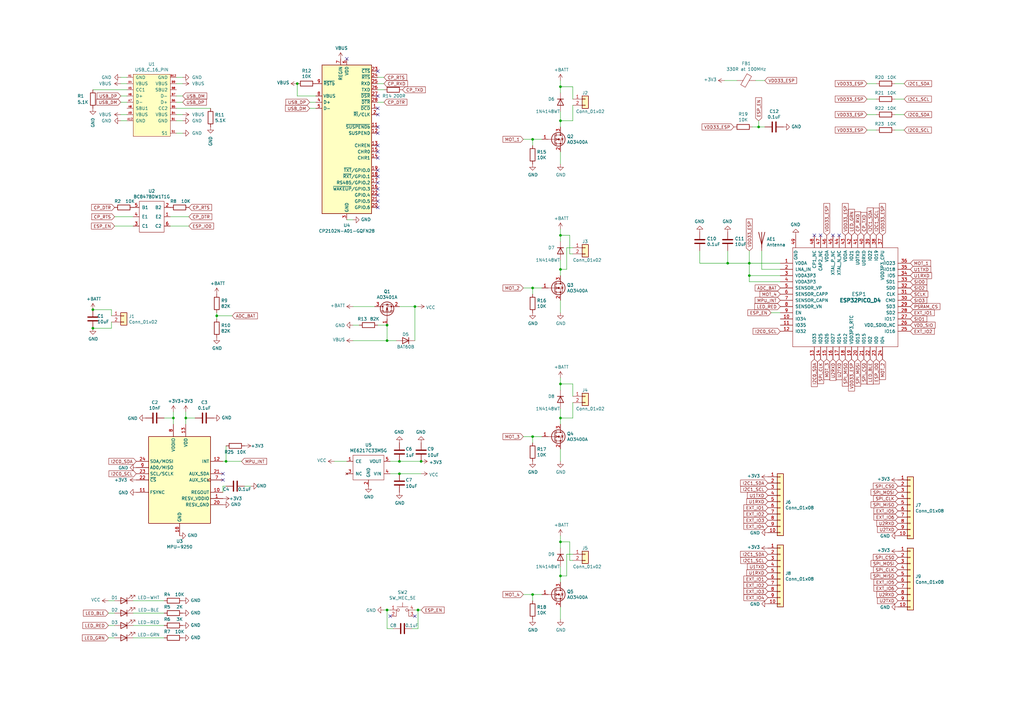
<source format=kicad_sch>
(kicad_sch (version 20210621) (generator eeschema)
  (paper "A3")
  (junction (at 229.87 96.52))
  (junction (at 158.75 133.35))
  (junction (at 218.44 179.07))
  (junction (at 71.12 171.45))
  (junction (at 76.2 171.45))
  (junction (at 172.72 189.23))
  (junction (at 229.87 49.53))
  (junction (at 171.45 250.19))
  (junction (at 92.71 189.23))
  (junction (at 218.44 118.11))
  (junction (at 229.87 171.45))
  (junction (at 307.34 107.95))
  (junction (at 311.15 52.07))
  (junction (at 88.9 129.54))
  (junction (at 229.87 110.49))
  (junction (at 218.44 57.15))
  (junction (at 158.75 139.7))
  (junction (at 38.1 127))
  (junction (at 229.87 157.48))
  (junction (at 229.87 222.25))
  (junction (at 307.34 113.03))
  (junction (at 163.83 189.23))
  (junction (at 218.44 243.84))
  (junction (at 229.87 35.56))
  (junction (at 38.1 134.62))
  (junction (at 229.87 236.22))
  (junction (at 158.75 250.19))
  (junction (at 163.83 194.31))
  (junction (at 121.92 34.29))
  (junction (at 170.18 125.73))
  (junction (at 298.45 107.95))
  (no_connect (at 154.94 44.45))
  (no_connect (at 154.94 54.61))
  (no_connect (at 154.94 72.39))
  (no_connect (at 344.17 96.52))
  (no_connect (at 336.55 96.52))
  (no_connect (at 170.18 252.73))
  (no_connect (at 154.94 69.85))
  (no_connect (at 341.63 96.52))
  (no_connect (at 154.94 46.99))
  (no_connect (at 154.94 52.07))
  (no_connect (at 160.02 252.73))
  (no_connect (at 154.94 64.77))
  (no_connect (at 334.01 96.52))
  (no_connect (at 91.44 194.31))
  (no_connect (at 154.94 85.09))
  (no_connect (at 154.94 39.37))
  (no_connect (at 154.94 80.01))
  (no_connect (at 154.94 59.69))
  (no_connect (at 154.94 62.23))
  (no_connect (at 142.24 24.13))
  (no_connect (at 91.44 196.85))
  (no_connect (at 154.94 29.21))
  (no_connect (at 154.94 77.47))
  (no_connect (at 154.94 82.55))
  (no_connect (at 154.94 74.93))
  (wire (pts (xy 129.54 44.45) (xy 127 44.45)))
  (wire (pts (xy 72.39 34.29) (xy 74.93 34.29)))
  (wire (pts (xy 234.95 43.18) (xy 234.95 49.53)))
  (wire (pts (xy 298.45 102.87) (xy 298.45 107.95)))
  (wire (pts (xy 367.03 34.29) (xy 370.84 34.29)))
  (wire (pts (xy 307.34 107.95) (xy 298.45 107.95)))
  (wire (pts (xy 355.6 40.64) (xy 359.41 40.64)))
  (wire (pts (xy 52.07 34.29) (xy 49.53 34.29)))
  (wire (pts (xy 234.95 35.56) (xy 229.87 35.56)))
  (wire (pts (xy 229.87 160.02) (xy 229.87 157.48)))
  (wire (pts (xy 160.02 250.19) (xy 158.75 250.19)))
  (wire (pts (xy 218.44 181.61) (xy 218.44 179.07)))
  (wire (pts (xy 229.87 222.25) (xy 229.87 219.71)))
  (wire (pts (xy 129.54 41.91) (xy 127 41.91)))
  (wire (pts (xy 232.41 236.22) (xy 232.41 227.33)))
  (wire (pts (xy 320.04 107.95) (xy 307.34 107.95)))
  (wire (pts (xy 229.87 110.49) (xy 232.41 110.49)))
  (wire (pts (xy 355.6 34.29) (xy 359.41 34.29)))
  (wire (pts (xy 218.44 243.84) (xy 222.25 243.84)))
  (wire (pts (xy 38.1 134.62) (xy 45.72 134.62)))
  (wire (pts (xy 233.68 222.25) (xy 233.68 229.87)))
  (wire (pts (xy 88.9 129.54) (xy 88.9 130.81)))
  (wire (pts (xy 154.94 31.75) (xy 157.48 31.75)))
  (wire (pts (xy 229.87 222.25) (xy 233.68 222.25)))
  (wire (pts (xy 234.95 165.1) (xy 234.95 171.45)))
  (wire (pts (xy 71.12 171.45) (xy 71.12 173.99)))
  (wire (pts (xy 153.67 125.73) (xy 144.78 125.73)))
  (wire (pts (xy 72.39 54.61) (xy 74.93 54.61)))
  (wire (pts (xy 100.33 199.39) (xy 102.87 199.39)))
  (wire (pts (xy 229.87 52.07) (xy 229.87 49.53)))
  (wire (pts (xy 147.32 133.35) (xy 144.78 133.35)))
  (wire (pts (xy 229.87 99.06) (xy 229.87 96.52)))
  (wire (pts (xy 307.34 115.57) (xy 320.04 115.57)))
  (wire (pts (xy 154.94 41.91) (xy 157.48 41.91)))
  (wire (pts (xy 45.72 127) (xy 45.72 129.54)))
  (wire (pts (xy 234.95 40.64) (xy 234.95 35.56)))
  (wire (pts (xy 163.83 189.23) (xy 172.72 189.23)))
  (wire (pts (xy 229.87 110.49) (xy 229.87 106.68)))
  (wire (pts (xy 154.94 34.29) (xy 157.48 34.29)))
  (wire (pts (xy 218.44 246.38) (xy 218.44 243.84)))
  (wire (pts (xy 234.95 157.48) (xy 229.87 157.48)))
  (wire (pts (xy 163.83 125.73) (xy 170.18 125.73)))
  (wire (pts (xy 287.02 102.87) (xy 287.02 107.95)))
  (wire (pts (xy 72.39 31.75) (xy 74.93 31.75)))
  (wire (pts (xy 214.63 57.15) (xy 218.44 57.15)))
  (wire (pts (xy 229.87 38.1) (xy 229.87 35.56)))
  (wire (pts (xy 311.15 49.53) (xy 311.15 52.07)))
  (wire (pts (xy 214.63 179.07) (xy 218.44 179.07)))
  (wire (pts (xy 171.45 250.19) (xy 172.72 250.19)))
  (wire (pts (xy 170.18 139.7) (xy 170.18 125.73)))
  (wire (pts (xy 229.87 62.23) (xy 229.87 67.31)))
  (wire (pts (xy 234.95 162.56) (xy 234.95 157.48)))
  (wire (pts (xy 72.39 49.53) (xy 74.93 49.53)))
  (wire (pts (xy 232.41 110.49) (xy 232.41 101.6)))
  (wire (pts (xy 52.07 49.53) (xy 49.53 49.53)))
  (wire (pts (xy 232.41 227.33) (xy 234.95 227.33)))
  (wire (pts (xy 142.24 90.17) (xy 144.78 90.17)))
  (wire (pts (xy 44.45 246.38) (xy 46.99 246.38)))
  (wire (pts (xy 229.87 184.15) (xy 229.87 189.23)))
  (wire (pts (xy 44.45 251.46) (xy 46.99 251.46)))
  (wire (pts (xy 229.87 173.99) (xy 229.87 171.45)))
  (wire (pts (xy 88.9 128.27) (xy 88.9 129.54)))
  (wire (pts (xy 80.01 171.45) (xy 76.2 171.45)))
  (wire (pts (xy 160.02 189.23) (xy 163.83 189.23)))
  (wire (pts (xy 308.61 52.07) (xy 311.15 52.07)))
  (wire (pts (xy 229.87 157.48) (xy 229.87 154.94)))
  (wire (pts (xy 170.18 250.19) (xy 171.45 250.19)))
  (wire (pts (xy 144.78 139.7) (xy 158.75 139.7)))
  (wire (pts (xy 218.44 57.15) (xy 222.25 57.15)))
  (wire (pts (xy 309.88 33.02) (xy 313.69 33.02)))
  (wire (pts (xy 218.44 59.69) (xy 218.44 57.15)))
  (wire (pts (xy 218.44 179.07) (xy 222.25 179.07)))
  (wire (pts (xy 218.44 118.11) (xy 222.25 118.11)))
  (wire (pts (xy 72.39 39.37) (xy 74.93 39.37)))
  (wire (pts (xy 52.07 31.75) (xy 49.53 31.75)))
  (wire (pts (xy 367.03 53.34) (xy 370.84 53.34)))
  (wire (pts (xy 229.87 123.19) (xy 229.87 128.27)))
  (wire (pts (xy 45.72 134.62) (xy 45.72 132.08)))
  (wire (pts (xy 229.87 236.22) (xy 232.41 236.22)))
  (wire (pts (xy 218.44 120.65) (xy 218.44 118.11)))
  (wire (pts (xy 229.87 96.52) (xy 229.87 93.98)))
  (wire (pts (xy 234.95 49.53) (xy 229.87 49.53)))
  (wire (pts (xy 233.68 96.52) (xy 233.68 104.14)))
  (wire (pts (xy 229.87 113.03) (xy 229.87 110.49)))
  (wire (pts (xy 229.87 248.92) (xy 229.87 254)))
  (wire (pts (xy 54.61 251.46) (xy 67.31 251.46)))
  (wire (pts (xy 170.18 125.73) (xy 171.45 125.73)))
  (wire (pts (xy 69.85 92.71) (xy 77.47 92.71)))
  (wire (pts (xy 214.63 118.11) (xy 218.44 118.11)))
  (wire (pts (xy 355.6 46.99) (xy 359.41 46.99)))
  (wire (pts (xy 163.83 194.31) (xy 160.02 194.31)))
  (wire (pts (xy 229.87 96.52) (xy 233.68 96.52)))
  (wire (pts (xy 52.07 46.99) (xy 49.53 46.99)))
  (wire (pts (xy 229.87 171.45) (xy 229.87 167.64)))
  (wire (pts (xy 307.34 113.03) (xy 307.34 115.57)))
  (wire (pts (xy 312.42 110.49) (xy 320.04 110.49)))
  (wire (pts (xy 229.87 236.22) (xy 229.87 232.41)))
  (wire (pts (xy 229.87 238.76) (xy 229.87 236.22)))
  (wire (pts (xy 72.39 46.99) (xy 74.93 46.99)))
  (wire (pts (xy 71.12 168.91) (xy 71.12 171.45)))
  (wire (pts (xy 311.15 52.07) (xy 313.69 52.07)))
  (wire (pts (xy 172.72 194.31) (xy 163.83 194.31)))
  (wire (pts (xy 158.75 139.7) (xy 162.56 139.7)))
  (wire (pts (xy 76.2 168.91) (xy 76.2 171.45)))
  (wire (pts (xy 121.92 39.37) (xy 121.92 34.29)))
  (wire (pts (xy 54.61 256.54) (xy 67.31 256.54)))
  (wire (pts (xy 92.71 189.23) (xy 99.06 189.23)))
  (wire (pts (xy 307.34 102.87) (xy 307.34 107.95)))
  (wire (pts (xy 142.24 189.23) (xy 137.16 189.23)))
  (wire (pts (xy 316.23 128.27) (xy 320.04 128.27)))
  (wire (pts (xy 76.2 171.45) (xy 76.2 173.99)))
  (wire (pts (xy 54.61 261.62) (xy 67.31 261.62)))
  (wire (pts (xy 52.07 39.37) (xy 49.53 39.37)))
  (wire (pts (xy 229.87 224.79) (xy 229.87 222.25)))
  (wire (pts (xy 54.61 92.71) (xy 46.99 92.71)))
  (wire (pts (xy 367.03 40.64) (xy 370.84 40.64)))
  (wire (pts (xy 233.68 104.14) (xy 234.95 104.14)))
  (wire (pts (xy 91.44 189.23) (xy 92.71 189.23)))
  (wire (pts (xy 355.6 53.34) (xy 359.41 53.34)))
  (wire (pts (xy 307.34 113.03) (xy 320.04 113.03)))
  (wire (pts (xy 229.87 35.56) (xy 229.87 33.02)))
  (wire (pts (xy 168.91 257.81) (xy 171.45 257.81)))
  (wire (pts (xy 129.54 39.37) (xy 121.92 39.37)))
  (wire (pts (xy 229.87 49.53) (xy 229.87 45.72)))
  (wire (pts (xy 158.75 133.35) (xy 158.75 139.7)))
  (wire (pts (xy 233.68 229.87) (xy 234.95 229.87)))
  (wire (pts (xy 307.34 107.95) (xy 307.34 113.03)))
  (wire (pts (xy 234.95 171.45) (xy 229.87 171.45)))
  (wire (pts (xy 158.75 250.19) (xy 157.48 250.19)))
  (wire (pts (xy 158.75 133.35) (xy 154.94 133.35)))
  (wire (pts (xy 44.45 256.54) (xy 46.99 256.54)))
  (wire (pts (xy 88.9 129.54) (xy 95.25 129.54)))
  (wire (pts (xy 297.18 33.02) (xy 302.26 33.02)))
  (wire (pts (xy 158.75 257.81) (xy 158.75 250.19)))
  (wire (pts (xy 161.29 257.81) (xy 158.75 257.81)))
  (wire (pts (xy 91.44 201.93) (xy 91.44 199.39)))
  (wire (pts (xy 232.41 101.6) (xy 234.95 101.6)))
  (wire (pts (xy 38.1 127) (xy 45.72 127)))
  (wire (pts (xy 171.45 257.81) (xy 171.45 250.19)))
  (wire (pts (xy 52.07 36.83) (xy 38.1 36.83)))
  (wire (pts (xy 91.44 199.39) (xy 92.71 199.39)))
  (wire (pts (xy 46.99 88.9) (xy 54.61 88.9)))
  (wire (pts (xy 154.94 36.83) (xy 157.48 36.83)))
  (wire (pts (xy 298.45 107.95) (xy 287.02 107.95)))
  (wire (pts (xy 52.07 41.91) (xy 49.53 41.91)))
  (wire (pts (xy 312.42 102.87) (xy 312.42 110.49)))
  (wire (pts (xy 92.71 182.88) (xy 92.71 189.23)))
  (wire (pts (xy 72.39 41.91) (xy 74.93 41.91)))
  (wire (pts (xy 67.31 171.45) (xy 71.12 171.45)))
  (wire (pts (xy 44.45 261.62) (xy 46.99 261.62)))
  (wire (pts (xy 72.39 44.45) (xy 86.36 44.45)))
  (wire (pts (xy 367.03 46.99) (xy 370.84 46.99)))
  (wire (pts (xy 214.63 243.84) (xy 218.44 243.84)))
  (wire (pts (xy 54.61 246.38) (xy 67.31 246.38)))
  (wire (pts (xy 69.85 88.9) (xy 77.47 88.9)))
  (global_label "U1TXD" (shape input) (at 314.96 232.41 180) (property "插入图纸页参考" "${INTERSHEET_REFS}" (effects hide)))
  (global_label "U2TXD" (shape input) (at 368.3 217.17 180) (property "插入图纸页参考" "${INTERSHEET_REFS}" (effects hide)))
  (global_label "VDD33_ESP" (shape input) (at 349.25 147.32 270) (property "插入图纸页参考" "${INTERSHEET_REFS}" (effects hide)))
  (global_label "EXT_IO2" (shape input) (at 373.38 135.89 0) (property "插入图纸页参考" "${INTERSHEET_REFS}" (effects hide)))
  (global_label "SPI_CS0" (shape input) (at 368.3 199.39 180) (property "插入图纸页参考" "${INTERSHEET_REFS}" (effects hide)))
  (global_label "SPI_MOSI" (shape input) (at 351.79 147.32 270) (property "插入图纸页参考" "${INTERSHEET_REFS}" (effects hide)))
  (global_label "I2C0_SCL" (shape input) (at 370.84 53.34 0) (property "插入图纸页参考" "${INTERSHEET_REFS}" (effects hide)))
  (global_label "I2C0_SDA" (shape input) (at 370.84 46.99 0) (property "插入图纸页参考" "${INTERSHEET_REFS}" (effects hide)))
  (global_label "ESP_IO0" (shape input) (at 77.47 92.71 0) (property "插入图纸页参考" "${INTERSHEET_REFS}" (effects hide)))
  (global_label "U1RXD" (shape input) (at 373.38 113.03 0) (property "插入图纸页参考" "${INTERSHEET_REFS}" (effects hide)))
  (global_label "EXT_IO4" (shape input) (at 314.96 215.9 180) (property "插入图纸页参考" "${INTERSHEET_REFS}" (effects hide)))
  (global_label "EXT_IO6" (shape input) (at 368.3 241.3 180) (property "插入图纸页参考" "${INTERSHEET_REFS}" (effects hide)))
  (global_label "LED_BLE" (shape input) (at 44.45 251.46 180) (property "插入图纸页参考" "${INTERSHEET_REFS}" (effects hide)))
  (global_label "EXT_IO3" (shape input) (at 314.96 213.36 180) (property "插入图纸页参考" "${INTERSHEET_REFS}" (effects hide)))
  (global_label "U1TXD" (shape input) (at 314.96 203.2 180) (property "插入图纸页参考" "${INTERSHEET_REFS}" (effects hide)))
  (global_label "U1TXD" (shape input) (at 373.38 110.49 0) (property "插入图纸页参考" "${INTERSHEET_REFS}" (effects hide)))
  (global_label "VDD33_ESP" (shape input) (at 361.95 96.52 90) (property "插入图纸页参考" "${INTERSHEET_REFS}" (effects hide)))
  (global_label "LED_GRN" (shape input) (at 44.45 261.62 180) (property "插入图纸页参考" "${INTERSHEET_REFS}" (effects hide)))
  (global_label "CP_RXD" (shape input) (at 351.79 96.52 90) (property "插入图纸页参考" "${INTERSHEET_REFS}" (effects hide)))
  (global_label "U2RXD" (shape input) (at 368.3 243.84 180) (property "插入图纸页参考" "${INTERSHEET_REFS}" (effects hide)))
  (global_label "SCLK" (shape input) (at 373.38 120.65 0) (property "插入图纸页参考" "${INTERSHEET_REFS}" (effects hide)))
  (global_label "MOT_1" (shape input) (at 214.63 57.15 180) (property "插入图纸页参考" "${INTERSHEET_REFS}" (effects hide)))
  (global_label "CP_DTR" (shape input) (at 157.48 41.91 0) (property "插入图纸页参考" "${INTERSHEET_REFS}" (effects hide)))
  (global_label "EXT_IO4" (shape input) (at 314.96 245.11 180) (property "插入图纸页参考" "${INTERSHEET_REFS}" (effects hide)))
  (global_label "MOT_1" (shape input) (at 373.38 107.95 0) (property "插入图纸页参考" "${INTERSHEET_REFS}" (effects hide)))
  (global_label "VDD33_ESP" (shape input) (at 355.6 53.34 180) (property "插入图纸页参考" "${INTERSHEET_REFS}" (effects hide)))
  (global_label "ESP_EN" (shape input) (at 46.99 92.71 180) (property "插入图纸页参考" "${INTERSHEET_REFS}" (effects hide)))
  (global_label "I2C1_SCL" (shape input) (at 314.96 200.66 180) (property "插入图纸页参考" "${INTERSHEET_REFS}" (effects hide)))
  (global_label "ESP_EN" (shape input) (at 311.15 49.53 90) (property "插入图纸页参考" "${INTERSHEET_REFS}" (effects hide)))
  (global_label "SIO2" (shape input) (at 373.38 118.11 0) (property "插入图纸页参考" "${INTERSHEET_REFS}" (effects hide)))
  (global_label "VDD33_ESP" (shape input) (at 346.71 96.52 90) (property "插入图纸页参考" "${INTERSHEET_REFS}" (effects hide)))
  (global_label "USB_DM" (shape input) (at 49.53 41.91 180) (property "插入图纸页参考" "${INTERSHEET_REFS}" (effects hide)))
  (global_label "VDD33_ESP" (shape input) (at 355.6 46.99 180) (property "插入图纸页参考" "${INTERSHEET_REFS}" (effects hide)))
  (global_label "CP_RTS" (shape input) (at 157.48 31.75 0) (property "插入图纸页参考" "${INTERSHEET_REFS}" (effects hide)))
  (global_label "VDD33_ESP" (shape input) (at 355.6 34.29 180) (property "插入图纸页参考" "${INTERSHEET_REFS}" (effects hide)))
  (global_label "VDD33_ESP" (shape input) (at 339.09 96.52 90) (property "插入图纸页参考" "${INTERSHEET_REFS}" (effects hide)))
  (global_label "EXT_IO2" (shape input) (at 314.96 240.03 180) (property "插入图纸页参考" "${INTERSHEET_REFS}" (effects hide)))
  (global_label "U2RXD" (shape input) (at 341.63 147.32 270) (property "插入图纸页参考" "${INTERSHEET_REFS}" (effects hide)))
  (global_label "U1RXD" (shape input) (at 314.96 234.95 180) (property "插入图纸页参考" "${INTERSHEET_REFS}" (effects hide)))
  (global_label "I2C1_SCL" (shape input) (at 370.84 40.64 0) (property "插入图纸页参考" "${INTERSHEET_REFS}" (effects hide)))
  (global_label "ESP_IO0" (shape input) (at 359.41 147.32 270) (property "插入图纸页参考" "${INTERSHEET_REFS}" (effects hide)))
  (global_label "EXT_IO1" (shape input) (at 314.96 237.49 180) (property "插入图纸页参考" "${INTERSHEET_REFS}" (effects hide)))
  (global_label "LED_RED" (shape input) (at 320.04 125.73 180) (property "插入图纸页参考" "${INTERSHEET_REFS}" (effects hide)))
  (global_label "CP_DTR" (shape input) (at 77.47 88.9 0) (property "插入图纸页参考" "${INTERSHEET_REFS}" (effects hide)))
  (global_label "LED_BLE" (shape input) (at 356.87 147.32 270) (property "插入图纸页参考" "${INTERSHEET_REFS}" (effects hide)))
  (global_label "MOT_4" (shape input) (at 214.63 243.84 180) (property "插入图纸页参考" "${INTERSHEET_REFS}" (effects hide)))
  (global_label "EXT_IO1" (shape input) (at 314.96 208.28 180) (property "插入图纸页参考" "${INTERSHEET_REFS}" (effects hide)))
  (global_label "USB_DP" (shape input) (at 74.93 41.91 0) (property "插入图纸页参考" "${INTERSHEET_REFS}" (effects hide)))
  (global_label "EXT_IO5" (shape input) (at 368.3 209.55 180) (property "插入图纸页参考" "${INTERSHEET_REFS}" (effects hide)))
  (global_label "EXT_IO6" (shape input) (at 368.3 212.09 180) (property "插入图纸页参考" "${INTERSHEET_REFS}" (effects hide)))
  (global_label "I2C1_SCL" (shape input) (at 314.96 229.87 180) (property "插入图纸页参考" "${INTERSHEET_REFS}" (effects hide)))
  (global_label "ESP_EN" (shape input) (at 172.72 250.19 0) (property "插入图纸页参考" "${INTERSHEET_REFS}" (effects hide)))
  (global_label "SPI_CS0" (shape input) (at 354.33 147.32 270) (property "插入图纸页参考" "${INTERSHEET_REFS}" (effects hide)))
  (global_label "CP_DTR" (shape input) (at 46.99 85.09 180) (property "插入图纸页参考" "${INTERSHEET_REFS}" (effects hide)))
  (global_label "I2C1_SDA" (shape input) (at 314.96 227.33 180) (property "插入图纸页参考" "${INTERSHEET_REFS}" (effects hide)))
  (global_label "PSRAM_CS" (shape input) (at 373.38 125.73 0) (property "插入图纸页参考" "${INTERSHEET_REFS}" (effects hide)))
  (global_label "SPI_MOSI" (shape input) (at 368.3 231.14 180) (property "插入图纸页参考" "${INTERSHEET_REFS}" (effects hide)))
  (global_label "CP_RXD" (shape input) (at 157.48 34.29 0) (property "插入图纸页参考" "${INTERSHEET_REFS}" (effects hide)))
  (global_label "EXT_IO5" (shape input) (at 368.3 238.76 180) (property "插入图纸页参考" "${INTERSHEET_REFS}" (effects hide)))
  (global_label "U1RXD" (shape input) (at 314.96 205.74 180) (property "插入图纸页参考" "${INTERSHEET_REFS}" (effects hide)))
  (global_label "USB_DM" (shape input) (at 74.93 39.37 0) (property "插入图纸页参考" "${INTERSHEET_REFS}" (effects hide)))
  (global_label "USB_DP" (shape input) (at 49.53 39.37 180) (property "插入图纸页参考" "${INTERSHEET_REFS}" (effects hide)))
  (global_label "I2C1_SDA" (shape input) (at 356.87 96.52 90) (property "插入图纸页参考" "${INTERSHEET_REFS}" (effects hide)))
  (global_label "U2RXD" (shape input) (at 368.3 214.63 180) (property "插入图纸页参考" "${INTERSHEET_REFS}" (effects hide)))
  (global_label "LED_RED" (shape input) (at 44.45 256.54 180) (property "插入图纸页参考" "${INTERSHEET_REFS}" (effects hide)))
  (global_label "SPI_CLK" (shape input) (at 368.3 233.68 180) (property "插入图纸页参考" "${INTERSHEET_REFS}" (effects hide)))
  (global_label "MOT_4" (shape input) (at 320.04 120.65 180) (property "插入图纸页参考" "${INTERSHEET_REFS}" (effects hide)))
  (global_label "USB_DM" (shape input) (at 127 44.45 180) (property "插入图纸页参考" "${INTERSHEET_REFS}" (effects hide)))
  (global_label "SIO0" (shape input) (at 373.38 115.57 0) (property "插入图纸页参考" "${INTERSHEET_REFS}" (effects hide)))
  (global_label "LED_GRN" (shape input) (at 349.25 96.52 90) (property "插入图纸页参考" "${INTERSHEET_REFS}" (effects hide)))
  (global_label "I2C0_SCL" (shape input) (at 320.04 135.89 180) (property "插入图纸页参考" "${INTERSHEET_REFS}" (effects hide)))
  (global_label "MOT_3" (shape input) (at 214.63 179.07 180) (property "插入图纸页参考" "${INTERSHEET_REFS}" (effects hide)))
  (global_label "VDD33_ESP" (shape input) (at 313.69 33.02 0) (property "插入图纸页参考" "${INTERSHEET_REFS}" (effects hide)))
  (global_label "I2C1_SCL" (shape input) (at 359.41 96.52 90) (property "插入图纸页参考" "${INTERSHEET_REFS}" (effects hide)))
  (global_label "SIO1" (shape input) (at 373.38 130.81 0) (property "插入图纸页参考" "${INTERSHEET_REFS}" (effects hide)))
  (global_label "SPI_MOSI" (shape input) (at 368.3 201.93 180) (property "插入图纸页参考" "${INTERSHEET_REFS}" (effects hide)))
  (global_label "EXT_IO3" (shape input) (at 314.96 242.57 180) (property "插入图纸页参考" "${INTERSHEET_REFS}" (effects hide)))
  (global_label "ESP_EN" (shape input) (at 316.23 128.27 180) (property "插入图纸页参考" "${INTERSHEET_REFS}" (effects hide)))
  (global_label "MOT_2" (shape input) (at 361.95 147.32 270) (property "插入图纸页参考" "${INTERSHEET_REFS}" (effects hide)))
  (global_label "SPI_CLK" (shape input) (at 368.3 204.47 180) (property "插入图纸页参考" "${INTERSHEET_REFS}" (effects hide)))
  (global_label "VDD33_ESP" (shape input) (at 355.6 40.64 180) (property "插入图纸页参考" "${INTERSHEET_REFS}" (effects hide)))
  (global_label "I2C1_SDA" (shape input) (at 370.84 34.29 0) (property "插入图纸页参考" "${INTERSHEET_REFS}" (effects hide)))
  (global_label "ADC_BAT" (shape input) (at 95.25 129.54 0) (property "插入图纸页参考" "${INTERSHEET_REFS}" (effects hide)))
  (global_label "I2C0_SCL" (shape input) (at 55.88 194.31 180) (property "插入图纸页参考" "${INTERSHEET_REFS}" (effects hide)))
  (global_label "CP_TXD" (shape input) (at 354.33 96.52 90) (property "插入图纸页参考" "${INTERSHEET_REFS}" (effects hide)))
  (global_label "U2TXD" (shape input) (at 368.3 246.38 180) (property "插入图纸页参考" "${INTERSHEET_REFS}" (effects hide)))
  (global_label "MPU_INT" (shape input) (at 99.06 189.23 0) (property "插入图纸页参考" "${INTERSHEET_REFS}" (effects hide)))
  (global_label "MPU_INT" (shape input) (at 320.04 123.19 180) (property "插入图纸页参考" "${INTERSHEET_REFS}" (effects hide)))
  (global_label "I2C0_SDA" (shape input) (at 334.01 147.32 270) (property "插入图纸页参考" "${INTERSHEET_REFS}" (effects hide)))
  (global_label "SPI_MISO" (shape input) (at 346.71 147.32 270) (property "插入图纸页参考" "${INTERSHEET_REFS}" (effects hide)))
  (global_label "MOT_3" (shape input) (at 339.09 147.32 270) (property "插入图纸页参考" "${INTERSHEET_REFS}" (effects hide)))
  (global_label "MOT_2" (shape input) (at 214.63 118.11 180) (property "插入图纸页参考" "${INTERSHEET_REFS}" (effects hide)))
  (global_label "SPI_CLK" (shape input) (at 336.55 147.32 270) (property "插入图纸页参考" "${INTERSHEET_REFS}" (effects hide)))
  (global_label "SPI_MISO" (shape input) (at 368.3 207.01 180) (property "插入图纸页参考" "${INTERSHEET_REFS}" (effects hide)))
  (global_label "VDD33_ESP" (shape input) (at 300.99 52.07 180) (property "插入图纸页参考" "${INTERSHEET_REFS}" (effects hide)))
  (global_label "VDD_SIO" (shape input) (at 373.38 133.35 0) (property "插入图纸页参考" "${INTERSHEET_REFS}" (effects hide)))
  (global_label "CP_RTS" (shape input) (at 77.47 85.09 0) (property "插入图纸页参考" "${INTERSHEET_REFS}" (effects hide)))
  (global_label "EXT_IO1" (shape input) (at 373.38 128.27 0) (property "插入图纸页参考" "${INTERSHEET_REFS}" (effects hide)))
  (global_label "SIO3" (shape input) (at 373.38 123.19 0) (property "插入图纸页参考" "${INTERSHEET_REFS}" (effects hide)))
  (global_label "ADC_BAT" (shape input) (at 320.04 118.11 180) (property "插入图纸页参考" "${INTERSHEET_REFS}" (effects hide)))
  (global_label "SPI_MISO" (shape input) (at 368.3 236.22 180) (property "插入图纸页参考" "${INTERSHEET_REFS}" (effects hide)))
  (global_label "I2C0_SDA" (shape input) (at 55.88 189.23 180) (property "插入图纸页参考" "${INTERSHEET_REFS}" (effects hide)))
  (global_label "SPI_CS0" (shape input) (at 368.3 228.6 180) (property "插入图纸页参考" "${INTERSHEET_REFS}" (effects hide)))
  (global_label "USB_DP" (shape input) (at 127 41.91 180) (property "插入图纸页参考" "${INTERSHEET_REFS}" (effects hide)))
  (global_label "EXT_IO2" (shape input) (at 314.96 210.82 180) (property "插入图纸页参考" "${INTERSHEET_REFS}" (effects hide)))
  (global_label "CP_TXD" (shape input) (at 165.1 36.83 0) (property "插入图纸页参考" "${INTERSHEET_REFS}" (effects hide)))
  (global_label "VDD33_ESP" (shape input) (at 307.34 102.87 90) (property "插入图纸页参考" "${INTERSHEET_REFS}" (effects hide)))
  (global_label "CP_RTS" (shape input) (at 46.99 88.9 180) (property "插入图纸页参考" "${INTERSHEET_REFS}" (effects hide)))
  (global_label "I2C1_SDA" (shape input) (at 314.96 198.12 180) (property "插入图纸页参考" "${INTERSHEET_REFS}" (effects hide)))
  (global_label "U2TXD" (shape input) (at 344.17 147.32 270) (property "插入图纸页参考" "${INTERSHEET_REFS}" (effects hide)))
  (symbol (lib_id "Connector_Custom:USB_C_16_PIN") (at 62.23 43.18 0) (unit 1)
    (property "Reference" "U1" (at 62.23 26.289 0))
    (property "Value" "USB_C_16_PIN" (at 62.23 28.6004 0))
    (property "Footprint" "Connector_USB:USB_C_Receptacle_HRO_TYPE-C-31-M-12" (effects hide))
  )
  (symbol (lib_id "power:GND") (at 49.53 31.75 270) (unit 1)
    (property "Reference" "#PWR05" (effects hide))
    (property "Value" "GND" (at 45.72 31.75 90) (effects (justify right)))
  )
  (symbol (lib_id "power:VBUS") (at 49.53 34.29 90) (unit 1)
    (property "Reference" "#PWR06" (effects hide))
    (property "Value" "VBUS" (at 45.72 34.29 90) (effects (justify left)))
  )
  (symbol (lib_id "power:GND") (at 74.93 31.75 90) (unit 1)
    (property "Reference" "#PWR015" (effects hide))
    (property "Value" "GND" (at 78.74 31.75 90) (effects (justify right)))
  )
  (symbol (lib_id "power:VBUS") (at 74.93 34.29 270) (unit 1)
    (property "Reference" "#PWR016" (effects hide))
    (property "Value" "VBUS" (at 78.74 34.29 90) (effects (justify left)))
  )
  (symbol (lib_id "power:GND") (at 74.93 49.53 90) (unit 1)
    (property "Reference" "#PWR018" (effects hide))
    (property "Value" "GND" (at 78.74 49.53 90) (effects (justify right)))
  )
  (symbol (lib_id "power:GND") (at 49.53 49.53 270) (unit 1)
    (property "Reference" "#PWR08" (effects hide))
    (property "Value" "GND" (at 45.72 49.53 90) (effects (justify right)))
  )
  (symbol (lib_id "power:VBUS") (at 74.93 46.99 270) (unit 1)
    (property "Reference" "#PWR017" (effects hide))
    (property "Value" "VBUS" (at 78.74 46.99 90) (effects (justify left)))
  )
  (symbol (lib_id "power:VBUS") (at 49.53 46.99 90) (unit 1)
    (property "Reference" "#PWR07" (effects hide))
    (property "Value" "VBUS" (at 45.72 46.99 90) (effects (justify left)))
  )
  (symbol (lib_id "power:GND") (at 74.93 54.61 90) (unit 1)
    (property "Reference" "#PWR019" (effects hide))
    (property "Value" "GND" (at 78.74 54.61 90) (effects (justify right)))
  )
  (symbol (lib_id "Device:R") (at 86.36 48.26 0) (unit 1)
    (property "Reference" "R11" (at 88.138 47.0916 0) (effects (justify left)))
    (property "Value" "5.1K" (at 88.138 49.403 0) (effects (justify left)))
    (property "Footprint" "Resistor_SMD:R_0402_1005Metric" (effects hide))
  )
  (symbol (lib_id "Device:R") (at 38.1 40.64 0) (unit 1)
    (property "Reference" "R1" (at 31.75 39.37 0) (effects (justify left)))
    (property "Value" "5.1K" (at 31.75 41.91 0) (effects (justify left)))
    (property "Footprint" "Resistor_SMD:R_0402_1005Metric" (effects hide))
  )
  (symbol (lib_id "power:GND") (at 38.1 44.45 0) (unit 1)
    (property "Reference" "#PWR01" (effects hide))
    (property "Value" "GND" (at 38.1 48.26 90) (effects (justify right)))
  )
  (symbol (lib_id "power:GND") (at 86.36 52.07 0) (unit 1)
    (property "Reference" "#PWR027" (effects hide))
    (property "Value" "GND" (at 86.36 55.88 90) (effects (justify right)))
  )
  (symbol (lib_id "Interface_USB:CP2102N-A01-GQFN28") (at 142.24 57.15 0) (unit 1)
    (property "Reference" "U4" (at 142.24 92.4306 0))
    (property "Value" "CP2102N-A01-GQFN28" (at 142.24 94.742 0))
    (property "Footprint" "Package_DFN_QFN:QFN-28-1EP_5x5mm_P0.5mm_EP3.35x3.35mm" (effects hide))
    (property "Datasheet" "https://www.silabs.com/documents/public/data-sheets/cp2102n-datasheet.pdf" (effects hide))
  )
  (symbol (lib_id "Device:R") (at 125.73 34.29 270) (unit 1)
    (property "Reference" "R12" (at 125.73 29.0322 90))
    (property "Value" "10K" (at 125.73 31.3436 90))
    (property "Footprint" "Resistor_SMD:R_0402_1005Metric" (effects hide))
  )
  (symbol (lib_id "power:VBUS") (at 121.92 34.29 90) (unit 1)
    (property "Reference" "#PWR031" (effects hide))
    (property "Value" "VBUS" (at 118.6942 33.909 90) (effects (justify left)))
  )
  (symbol (lib_id "power:VBUS") (at 139.7 24.13 0) (unit 1)
    (property "Reference" "#PWR033" (effects hide))
    (property "Value" "VBUS" (at 140.081 19.7358 0))
  )
  (symbol (lib_id "power:GND") (at 144.78 90.17 90) (unit 1)
    (property "Reference" "#PWR037" (effects hide))
    (property "Value" "GND" (at 148.0312 90.043 90) (effects (justify right)))
  )
  (symbol (lib_id "Device:R") (at 161.29 36.83 270) (unit 1)
    (property "Reference" "R14" (at 158.75 39.37 90))
    (property "Value" "200R" (at 163.83 39.37 90))
    (property "Footprint" "Resistor_SMD:R_0402_1005Metric" (effects hide))
  )
  (symbol (lib_id "esp-drone:BC847BDW1T1G") (at 62.23 88.9 0) (unit 1)
    (property "Reference" "U2" (at 62.23 78.359 0))
    (property "Value" "BC847BDW1T1G" (at 62.23 80.6704 0))
    (property "Footprint" "esp-drone:SOT-563" (effects hide))
  )
  (symbol (lib_id "Device:R") (at 50.8 85.09 270) (unit 1)
    (property "Reference" "R2" (at 48.26 82.55 90))
    (property "Value" "10K" (at 53.34 82.55 90))
    (property "Footprint" "Resistor_SMD:R_0402_1005Metric" (effects hide))
  )
  (symbol (lib_id "Device:R") (at 73.66 85.09 270) (unit 1)
    (property "Reference" "R8" (at 71.12 82.55 90))
    (property "Value" "10K" (at 76.2 82.55 90))
    (property "Footprint" "Resistor_SMD:R_0402_1005Metric" (effects hide))
  )
  (symbol (lib_id "Connector_Generic:Conn_01x02") (at 50.8 129.54 0) (unit 1)
    (property "Reference" "J1" (at 52.832 129.7432 0) (effects (justify left)))
    (property "Value" "Conn_01x02" (at 52.832 132.0546 0) (effects (justify left)))
    (property "Footprint" "Connector_JST:JST_PH_S2B-PH-K_1x02_P2.00mm_Horizontal" (effects hide))
  )
  (symbol (lib_id "power:+BATT") (at 38.1 127 0) (unit 1)
    (property "Reference" "#PWR02" (effects hide))
    (property "Value" "+BATT" (at 38.481 122.6058 0))
  )
  (symbol (lib_id "Device:C") (at 38.1 130.81 0) (unit 1)
    (property "Reference" "C1" (at 39.878 129.6416 0) (effects (justify left)))
    (property "Value" "10uF" (at 39.878 131.953 0) (effects (justify left)))
    (property "Footprint" "Resistor_SMD:R_0402_1005Metric" (effects hide))
  )
  (symbol (lib_id "power:GND") (at 38.1 134.62 0) (unit 1)
    (property "Reference" "#PWR03" (effects hide))
    (property "Value" "GND" (at 38.227 139.0142 0))
  )
  (symbol (lib_id "power:+BATT") (at 144.78 125.73 90) (unit 1)
    (property "Reference" "#PWR034" (effects hide))
    (property "Value" "+BATT" (at 141.5542 125.349 90) (effects (justify left)))
  )
  (symbol (lib_id "power:GND") (at 144.78 133.35 270) (unit 1)
    (property "Reference" "#PWR035" (effects hide))
    (property "Value" "GND" (at 141.5288 133.477 90) (effects (justify right)))
  )
  (symbol (lib_id "Device:R") (at 151.13 133.35 270) (unit 1)
    (property "Reference" "R13" (at 148.59 130.81 90))
    (property "Value" "82K" (at 153.67 130.81 90))
    (property "Footprint" "Resistor_SMD:R_0402_1005Metric" (effects hide))
  )
  (symbol (lib_id "power:VBUS") (at 144.78 139.7 90) (unit 1)
    (property "Reference" "#PWR036" (effects hide))
    (property "Value" "VBUS" (at 141.5542 139.319 90) (effects (justify left)))
  )
  (symbol (lib_id "Transistor_FET:AO3401A") (at 158.75 128.27 90) (unit 1)
    (property "Reference" "Q1" (at 158.75 119.5832 90))
    (property "Value" "AO3401A" (at 158.75 121.8946 90))
    (property "Footprint" "Package_TO_SOT_SMD:SOT-23" (effects hide))
    (property "Datasheet" "http://www.aosmd.com/pdfs/datasheet/AO3401A.pdf" (effects hide))
  )
  (symbol (lib_id "Device:D") (at 166.37 139.7 180) (unit 1)
    (property "Reference" "D5" (at 166.37 137.16 0))
    (property "Value" "BAT60B" (at 166.37 142.24 0))
    (property "Footprint" "Diode_SMD:D_SOD-323" (effects hide))
  )
  (symbol (lib_id "power:VCC") (at 171.45 125.73 270) (unit 1)
    (property "Reference" "#PWR045" (effects hide))
    (property "Value" "VCC" (at 174.7012 126.111 90) (effects (justify left)))
  )
  (symbol (lib_id "power:+BATT") (at 88.9 120.65 0) (unit 1)
    (property "Reference" "#PWR024" (effects hide))
    (property "Value" "+BATT" (at 89.281 116.2558 0))
  )
  (symbol (lib_id "Device:R") (at 88.9 124.46 0) (unit 1)
    (property "Reference" "R9" (at 90.678 123.2916 0) (effects (justify left)))
    (property "Value" "82K" (at 90.678 125.603 0) (effects (justify left)))
    (property "Footprint" "Resistor_SMD:R_0402_1005Metric" (effects hide))
  )
  (symbol (lib_id "Device:R") (at 88.9 134.62 0) (unit 1)
    (property "Reference" "R10" (at 90.678 133.4516 0) (effects (justify left)))
    (property "Value" "82K" (at 90.678 135.763 0) (effects (justify left)))
    (property "Footprint" "Resistor_SMD:R_0402_1005Metric" (effects hide))
  )
  (symbol (lib_id "power:GND") (at 88.9 138.43 0) (unit 1)
    (property "Reference" "#PWR025" (effects hide))
    (property "Value" "GND" (at 89.027 142.8242 0))
  )
  (symbol (lib_id "LDO:ME6217C33M5G") (at 151.13 191.77 0) (unit 1)
    (property "Reference" "U5" (at 151.13 182.499 0))
    (property "Value" "ME6217C33M5G" (at 151.13 184.8104 0))
    (property "Footprint" "Package_TO_SOT_SMD:SOT-23-5" (effects hide))
    (property "Datasheet" "https://datasheet.lcsc.com/szlcsc/Nanjing-Micro-One-Elec-ME6211C33M5G-N_C82942.pdf" (effects hide))
    (property "Max Output Current" "800mA" (effects hide))
    (property "Description" "High Speed LDO Regulators, High PSRR, Low noise, ME6211 Series" (effects hide))
  )
  (symbol (lib_id "power:GND") (at 151.13 199.39 0) (unit 1)
    (property "Reference" "#PWR038" (effects hide))
    (property "Value" "GND" (at 151.257 203.7842 0))
  )
  (symbol (lib_id "power:GND") (at 163.83 181.61 180) (unit 1)
    (property "Reference" "#PWR040" (effects hide))
    (property "Value" "GND" (at 163.703 177.2158 0))
  )
  (symbol (lib_id "power:GND") (at 172.72 181.61 180) (unit 1)
    (property "Reference" "#PWR042" (effects hide))
    (property "Value" "GND" (at 172.593 177.2158 0))
  )
  (symbol (lib_id "power:+3V3") (at 172.72 189.23 270) (unit 1)
    (property "Reference" "#PWR043" (effects hide))
    (property "Value" "+3V3" (at 175.9712 189.611 90) (effects (justify left)))
  )
  (symbol (lib_id "Device:C") (at 163.83 185.42 0) (unit 1)
    (property "Reference" "C6" (at 166.37 184.15 0) (effects (justify left)))
    (property "Value" "1uF" (at 166.37 186.69 0) (effects (justify left)))
    (property "Footprint" "Capacitor_SMD:C_0402_1005Metric" (effects hide))
  )
  (symbol (lib_id "Device:C") (at 172.72 185.42 0) (unit 1)
    (property "Reference" "C9" (at 175.26 184.15 0) (effects (justify left)))
    (property "Value" "10uF" (at 175.26 186.69 0) (effects (justify left)))
    (property "Footprint" "Capacitor_SMD:C_0402_1005Metric" (effects hide))
  )
  (symbol (lib_id "Device:C") (at 163.83 198.12 0) (unit 1)
    (property "Reference" "C7" (at 166.37 196.85 0) (effects (justify left)))
    (property "Value" "10uF" (at 166.37 199.39 0) (effects (justify left)))
    (property "Footprint" "Capacitor_SMD:C_0402_1005Metric" (effects hide))
  )
  (symbol (lib_id "power:VCC") (at 172.72 194.31 270) (unit 1)
    (property "Reference" "#PWR044" (effects hide))
    (property "Value" "VCC" (at 175.9712 194.691 90) (effects (justify left)))
  )
  (symbol (lib_id "power:VCC") (at 137.16 189.23 90) (unit 1)
    (property "Reference" "#PWR032" (effects hide))
    (property "Value" "VCC" (at 133.9088 188.849 90) (effects (justify left)))
  )
  (symbol (lib_id "Connector_Generic:Conn_01x02") (at 240.03 40.64 0) (unit 1)
    (property "Reference" "J2" (at 238.76 38.1 0) (effects (justify left)))
    (property "Value" "Conn_01x02" (at 236.22 45.72 0) (effects (justify left)))
    (property "Footprint" "Connector_Custom:MX1.25_2P" (effects hide))
  )
  (symbol (lib_id "Diode:1N4148WT") (at 229.87 41.91 270) (unit 1)
    (property "Reference" "D6" (at 224.79 40.64 90) (effects (justify left)))
    (property "Value" "1N4148WT" (at 219.71 45.72 90) (effects (justify left)))
    (property "Footprint" "Diode_SMD:D_SOD-523" (effects hide))
    (property "Datasheet" "https://www.diodes.com/assets/Datasheets/ds30396.pdf" (effects hide))
  )
  (symbol (lib_id "Transistor_FET:AO3400A") (at 227.33 57.15 0) (unit 1)
    (property "Reference" "Q2" (at 232.537 55.9816 0) (effects (justify left)))
    (property "Value" "AO3400A" (at 232.537 58.293 0) (effects (justify left)))
    (property "Footprint" "Package_TO_SOT_SMD:SOT-23" (effects hide))
    (property "Datasheet" "http://www.aosmd.com/pdfs/datasheet/AO3400A.pdf" (effects hide))
  )
  (symbol (lib_id "Device:R") (at 218.44 63.5 0) (unit 1)
    (property "Reference" "R15" (at 220.218 62.3316 0) (effects (justify left)))
    (property "Value" "10K" (at 220.218 64.643 0) (effects (justify left)))
    (property "Footprint" "Resistor_SMD:R_0402_1005Metric" (effects hide))
  )
  (symbol (lib_id "power:GND") (at 218.44 67.31 0) (unit 1)
    (property "Reference" "#PWR046" (effects hide))
    (property "Value" "GND" (at 218.567 71.7042 0))
  )
  (symbol (lib_id "power:GND") (at 229.87 67.31 0) (unit 1)
    (property "Reference" "#PWR051" (effects hide))
    (property "Value" "GND" (at 229.997 71.7042 0))
  )
  (symbol (lib_id "power:+BATT") (at 229.87 33.02 0) (unit 1)
    (property "Reference" "#PWR050" (effects hide))
    (property "Value" "+BATT" (at 230.251 28.6258 0))
  )
  (symbol (lib_id "Connector_Generic:Conn_01x02") (at 240.03 101.6 0) (unit 1)
    (property "Reference" "J3" (at 238.76 99.06 0) (effects (justify left)))
    (property "Value" "Conn_01x02" (at 234.95 106.68 0) (effects (justify left)))
    (property "Footprint" "Connector_Custom:MX1.25_2P" (effects hide))
  )
  (symbol (lib_id "Diode:1N4148WT") (at 229.87 102.87 270) (unit 1)
    (property "Reference" "D7" (at 224.79 101.6 90) (effects (justify left)))
    (property "Value" "1N4148WT" (at 219.71 106.68 90) (effects (justify left)))
    (property "Footprint" "Diode_SMD:D_SOD-523" (effects hide))
    (property "Datasheet" "https://www.diodes.com/assets/Datasheets/ds30396.pdf" (effects hide))
  )
  (symbol (lib_id "Transistor_FET:AO3400A") (at 227.33 118.11 0) (unit 1)
    (property "Reference" "Q3" (at 232.537 116.9416 0) (effects (justify left)))
    (property "Value" "AO3400A" (at 232.537 119.253 0) (effects (justify left)))
    (property "Footprint" "Package_TO_SOT_SMD:SOT-23" (effects hide))
    (property "Datasheet" "http://www.aosmd.com/pdfs/datasheet/AO3400A.pdf" (effects hide))
  )
  (symbol (lib_id "Device:R") (at 218.44 124.46 0) (unit 1)
    (property "Reference" "R16" (at 220.218 123.2916 0) (effects (justify left)))
    (property "Value" "10K" (at 220.218 125.603 0) (effects (justify left)))
    (property "Footprint" "Resistor_SMD:R_0402_1005Metric" (effects hide))
  )
  (symbol (lib_id "power:GND") (at 218.44 128.27 0) (unit 1)
    (property "Reference" "#PWR047" (effects hide))
    (property "Value" "GND" (at 218.567 132.6642 0))
  )
  (symbol (lib_id "power:GND") (at 229.87 128.27 0) (unit 1)
    (property "Reference" "#PWR053" (effects hide))
    (property "Value" "GND" (at 229.997 132.6642 0))
  )
  (symbol (lib_id "power:+BATT") (at 229.87 93.98 0) (unit 1)
    (property "Reference" "#PWR052" (effects hide))
    (property "Value" "+BATT" (at 230.251 89.5858 0))
  )
  (symbol (lib_id "Connector_Generic:Conn_01x02") (at 240.03 162.56 0) (unit 1)
    (property "Reference" "J4" (at 238.76 160.02 0) (effects (justify left)))
    (property "Value" "Conn_01x02" (at 236.22 167.64 0) (effects (justify left)))
    (property "Footprint" "Connector_Custom:MX1.25_2P" (effects hide))
  )
  (symbol (lib_id "Diode:1N4148WT") (at 229.87 163.83 270) (unit 1)
    (property "Reference" "D8" (at 224.79 162.56 90) (effects (justify left)))
    (property "Value" "1N4148WT" (at 219.71 167.64 90) (effects (justify left)))
    (property "Footprint" "Diode_SMD:D_SOD-523" (effects hide))
    (property "Datasheet" "https://www.diodes.com/assets/Datasheets/ds30396.pdf" (effects hide))
  )
  (symbol (lib_id "Transistor_FET:AO3400A") (at 227.33 179.07 0) (unit 1)
    (property "Reference" "Q4" (at 232.537 177.9016 0) (effects (justify left)))
    (property "Value" "AO3400A" (at 232.537 180.213 0) (effects (justify left)))
    (property "Footprint" "Package_TO_SOT_SMD:SOT-23" (effects hide))
    (property "Datasheet" "http://www.aosmd.com/pdfs/datasheet/AO3400A.pdf" (effects hide))
  )
  (symbol (lib_id "Device:R") (at 218.44 185.42 0) (unit 1)
    (property "Reference" "R17" (at 220.218 184.2516 0) (effects (justify left)))
    (property "Value" "10K" (at 220.218 186.563 0) (effects (justify left)))
    (property "Footprint" "Resistor_SMD:R_0402_1005Metric" (effects hide))
  )
  (symbol (lib_id "power:GND") (at 218.44 189.23 0) (unit 1)
    (property "Reference" "#PWR048" (effects hide))
    (property "Value" "GND" (at 218.567 193.6242 0))
  )
  (symbol (lib_id "power:GND") (at 229.87 189.23 0) (unit 1)
    (property "Reference" "#PWR055" (effects hide))
    (property "Value" "GND" (at 229.997 193.6242 0))
  )
  (symbol (lib_id "power:+BATT") (at 229.87 154.94 0) (unit 1)
    (property "Reference" "#PWR054" (effects hide))
    (property "Value" "+BATT" (at 230.251 150.5458 0))
  )
  (symbol (lib_id "Connector_Generic:Conn_01x02") (at 240.03 227.33 0) (unit 1)
    (property "Reference" "J5" (at 238.76 224.79 0) (effects (justify left)))
    (property "Value" "Conn_01x02" (at 234.95 232.41 0) (effects (justify left)))
    (property "Footprint" "Connector_Custom:MX1.25_2P" (effects hide))
  )
  (symbol (lib_id "Diode:1N4148WT") (at 229.87 228.6 270) (unit 1)
    (property "Reference" "D9" (at 224.79 227.33 90) (effects (justify left)))
    (property "Value" "1N4148WT" (at 219.71 232.41 90) (effects (justify left)))
    (property "Footprint" "Diode_SMD:D_SOD-523" (effects hide))
    (property "Datasheet" "https://www.diodes.com/assets/Datasheets/ds30396.pdf" (effects hide))
  )
  (symbol (lib_id "Transistor_FET:AO3400A") (at 227.33 243.84 0) (unit 1)
    (property "Reference" "Q5" (at 232.537 242.6716 0) (effects (justify left)))
    (property "Value" "AO3400A" (at 232.537 244.983 0) (effects (justify left)))
    (property "Footprint" "Package_TO_SOT_SMD:SOT-23" (effects hide))
    (property "Datasheet" "http://www.aosmd.com/pdfs/datasheet/AO3400A.pdf" (effects hide))
  )
  (symbol (lib_id "Device:R") (at 218.44 250.19 0) (unit 1)
    (property "Reference" "R18" (at 220.218 249.0216 0) (effects (justify left)))
    (property "Value" "10K" (at 220.218 251.333 0) (effects (justify left)))
    (property "Footprint" "Resistor_SMD:R_0402_1005Metric" (effects hide))
  )
  (symbol (lib_id "power:GND") (at 218.44 254 0) (unit 1)
    (property "Reference" "#PWR049" (effects hide))
    (property "Value" "GND" (at 218.567 258.3942 0))
  )
  (symbol (lib_id "power:GND") (at 229.87 254 0) (unit 1)
    (property "Reference" "#PWR057" (effects hide))
    (property "Value" "GND" (at 229.997 258.3942 0))
  )
  (symbol (lib_id "power:+BATT") (at 229.87 219.71 0) (unit 1)
    (property "Reference" "#PWR056" (effects hide))
    (property "Value" "+BATT" (at 230.251 215.3158 0))
  )
  (symbol (lib_id "power:GND") (at 163.83 201.93 0) (unit 1)
    (property "Reference" "#PWR041" (effects hide))
    (property "Value" "GND" (at 163.957 206.3242 0))
  )
  (symbol (lib_id "Sensor_Motion:MPU-9250") (at 73.66 196.85 0) (unit 1)
    (property "Reference" "U3" (at 73.66 221.9706 0))
    (property "Value" "MPU-9250" (at 73.66 224.282 0))
    (property "Footprint" "Sensor_Motion:InvenSense_QFN-24_3x3mm_P0.4mm" (effects hide))
    (property "Datasheet" "https://store.invensense.com/datasheets/invensense/MPU9250REV1.0.pdf" (effects hide))
  )
  (symbol (lib_id "power:GND") (at 59.69 171.45 270) (unit 1)
    (property "Reference" "#PWR013" (effects hide))
    (property "Value" "GND" (at 56.4388 171.577 90) (effects (justify right)))
  )
  (symbol (lib_id "power:+3V3") (at 71.12 168.91 0) (unit 1)
    (property "Reference" "#PWR014" (effects hide))
    (property "Value" "+3V3" (at 71.501 164.5158 0))
  )
  (symbol (lib_id "power:+3V3") (at 76.2 168.91 0) (unit 1)
    (property "Reference" "#PWR028" (effects hide))
    (property "Value" "+3V3" (at 76.581 164.5158 0))
  )
  (symbol (lib_id "power:GND") (at 87.63 171.45 90) (unit 1)
    (property "Reference" "#PWR029" (effects hide))
    (property "Value" "GND" (at 90.8812 171.323 90) (effects (justify right)))
  )
  (symbol (lib_id "Device:C") (at 63.5 171.45 90) (unit 1)
    (property "Reference" "C2" (at 63.5 165.0492 90))
    (property "Value" "10nF" (at 63.5 167.3606 90))
    (property "Footprint" "Capacitor_SMD:C_0402_1005Metric" (effects hide))
  )
  (symbol (lib_id "Device:C") (at 83.82 171.45 90) (unit 1)
    (property "Reference" "C3" (at 83.82 165.0492 90))
    (property "Value" "0.1uF" (at 83.82 167.3606 90))
    (property "Footprint" "Capacitor_SMD:C_0402_1005Metric" (effects hide))
  )
  (symbol (lib_id "power:GND") (at 55.88 191.77 270) (unit 1)
    (property "Reference" "#PWR010" (effects hide))
    (property "Value" "GND" (at 52.6288 191.897 90) (effects (justify right)))
  )
  (symbol (lib_id "power:+3V3") (at 55.88 196.85 90) (unit 1)
    (property "Reference" "#PWR011" (effects hide))
    (property "Value" "+3V3" (at 49.53 196.85 90))
  )
  (symbol (lib_id "Device:C") (at 96.52 199.39 270) (unit 1)
    (property "Reference" "C4" (at 92.71 200.66 90))
    (property "Value" "0.1uF" (at 100.33 200.66 90))
    (property "Footprint" "Capacitor_SMD:C_0402_1005Metric" (effects hide))
  )
  (symbol (lib_id "power:GND") (at 102.87 199.39 90) (unit 1)
    (property "Reference" "#PWR069" (effects hide))
    (property "Value" "GND" (at 107.2642 199.263 90))
  )
  (symbol (lib_id "Device:R") (at 96.52 182.88 270) (unit 1)
    (property "Reference" "R25" (at 93.98 185.42 90))
    (property "Value" "10K" (at 99.06 185.42 90))
    (property "Footprint" "Resistor_SMD:R_0402_1005Metric" (effects hide))
  )
  (symbol (lib_id "power:+3V3") (at 100.33 182.88 270) (unit 1)
    (property "Reference" "#PWR068" (effects hide))
    (property "Value" "+3V3" (at 102.87 182.88 90) (effects (justify left)))
  )
  (symbol (lib_id "power:GND") (at 55.88 201.93 270) (unit 1)
    (property "Reference" "#PWR012" (effects hide))
    (property "Value" "GND" (at 52.6288 202.057 90) (effects (justify right)))
  )
  (symbol (lib_id "power:GND") (at 73.66 219.71 90) (unit 1)
    (property "Reference" "#PWR026" (effects hide))
    (property "Value" "GND" (at 76.9112 219.583 90) (effects (justify right)))
  )
  (symbol (lib_id "power:+3V3") (at 91.44 204.47 270) (unit 1)
    (property "Reference" "#PWR066" (effects hide))
    (property "Value" "+3V3" (at 93.98 204.47 90) (effects (justify left)))
  )
  (symbol (lib_id "power:GND") (at 91.44 207.01 90) (unit 1)
    (property "Reference" "#PWR067" (effects hide))
    (property "Value" "GND" (at 94.6912 206.883 90) (effects (justify right)))
  )
  (symbol (lib_id "power:+3V3") (at 368.3 196.85 90) (unit 1)
    (property "Reference" "#PWR070" (effects hide))
    (property "Value" "+3V3" (at 365.0488 196.469 90) (effects (justify left)))
  )
  (symbol (lib_id "Device:LED") (at 50.8 246.38 180) (unit 1)
    (property "Reference" "D1" (at 46.99 245.11 0))
    (property "Value" "LED-WHT" (at 60.96 245.11 0))
    (property "Footprint" "LED_SMD:LED_0402_1005Metric" (effects hide))
  )
  (symbol (lib_id "Device:LED") (at 50.8 251.46 180) (unit 1)
    (property "Reference" "D2" (at 46.99 250.19 0))
    (property "Value" "LED-BLE" (at 60.96 250.19 0))
    (property "Footprint" "LED_SMD:LED_0402_1005Metric" (effects hide))
  )
  (symbol (lib_id "Device:LED") (at 50.8 256.54 180) (unit 1)
    (property "Reference" "D3" (at 46.99 255.27 0))
    (property "Value" "LED-RED" (at 60.96 255.27 0))
    (property "Footprint" "LED_SMD:LED_0402_1005Metric" (effects hide))
  )
  (symbol (lib_id "Device:LED") (at 50.8 261.62 180) (unit 1)
    (property "Reference" "D4" (at 46.99 260.35 0))
    (property "Value" "LED-GRN" (at 60.96 260.35 0))
    (property "Footprint" "LED_SMD:LED_0402_1005Metric" (effects hide))
  )
  (symbol (lib_id "Device:R") (at 71.12 246.38 270) (unit 1)
    (property "Reference" "R4" (at 68.58 243.84 90))
    (property "Value" "10K" (at 73.66 243.84 90))
    (property "Footprint" "Resistor_SMD:R_0402_1005Metric" (effects hide))
  )
  (symbol (lib_id "Device:R") (at 71.12 251.46 270) (unit 1)
    (property "Reference" "R5" (at 68.58 248.92 90))
    (property "Value" "2K" (at 73.66 248.92 90))
    (property "Footprint" "Resistor_SMD:R_0402_1005Metric" (effects hide))
  )
  (symbol (lib_id "Device:R") (at 71.12 256.54 270) (unit 1)
    (property "Reference" "R6" (at 68.58 254 90))
    (property "Value" "3K" (at 73.66 254 90))
    (property "Footprint" "Resistor_SMD:R_0402_1005Metric" (effects hide))
  )
  (symbol (lib_id "Device:R") (at 71.12 261.62 270) (unit 1)
    (property "Reference" "R7" (at 68.58 259.08 90))
    (property "Value" "10K" (at 73.66 259.08 90))
    (property "Footprint" "Resistor_SMD:R_0402_1005Metric" (effects hide))
  )
  (symbol (lib_id "power:GND") (at 74.93 246.38 90) (unit 1)
    (property "Reference" "#PWR020" (effects hide))
    (property "Value" "GND" (at 78.1812 246.253 90) (effects (justify right)))
  )
  (symbol (lib_id "power:GND") (at 74.93 251.46 90) (unit 1)
    (property "Reference" "#PWR021" (effects hide))
    (property "Value" "GND" (at 78.1812 251.333 90) (effects (justify right)))
  )
  (symbol (lib_id "power:GND") (at 74.93 256.54 90) (unit 1)
    (property "Reference" "#PWR022" (effects hide))
    (property "Value" "GND" (at 78.1812 256.413 90) (effects (justify right)))
  )
  (symbol (lib_id "power:GND") (at 74.93 261.62 90) (unit 1)
    (property "Reference" "#PWR023" (effects hide))
    (property "Value" "GND" (at 78.1812 261.493 90) (effects (justify right)))
  )
  (symbol (lib_id "power:VCC") (at 44.45 246.38 90) (unit 1)
    (property "Reference" "#PWR04" (effects hide))
    (property "Value" "VCC" (at 41.1988 245.999 90) (effects (justify left)))
  )
  (symbol (lib_id "Switch:SW_MEC_5E") (at 165.1 252.73 0) (unit 1)
    (property "Reference" "SW2" (at 165.1 242.951 0))
    (property "Value" "SW_MEC_5E" (at 165.1 245.2624 0))
    (property "Footprint" "Button:SKSC_NO_HOLE" (effects hide))
    (property "Datasheet" "http://www.apem.com/int/index.php?controller=attachment&id_attachment=1371" (effects hide))
  )
  (symbol (lib_id "Device:C") (at 165.1 257.81 270) (unit 1)
    (property "Reference" "C8" (at 161.29 256.54 90))
    (property "Value" "0.1uF" (at 168.91 256.54 90))
    (property "Footprint" "Capacitor_SMD:C_0402_1005Metric" (effects hide))
  )
  (symbol (lib_id "power:GND") (at 157.48 250.19 270) (unit 1)
    (property "Reference" "#PWR039" (effects hide))
    (property "Value" "GND" (at 154.2288 250.317 90) (effects (justify right)))
  )
  (symbol (lib_id "Device:Ferrite_Bead") (at 306.07 33.02 90) (unit 1)
    (property "Reference" "FB1" (at 306.07 26.0604 90))
    (property "Value" "330R at 100MHz" (at 306.07 28.3718 90))
    (property "Footprint" "Resistor_SMD:R_0402_1005Metric" (effects hide))
  )
  (symbol (lib_id "SOC:ESP32PICO_D4") (at 325.12 142.24 0) (unit 1)
    (property "Reference" "ESP1" (at 349.25 120.65 0) (effects (font (size 1.524 1.524)) (justify left)))
    (property "Value" "ESP32PICO_D4" (at 344.17 123.19 0) (effects (font (size 1.524 1.524) bold) (justify left)))
    (property "Footprint" "SOC:ESP32_PICO_D4" (effects hide))
  )
  (symbol (lib_id "power:+3V3") (at 297.18 33.02 90) (unit 1)
    (property "Reference" "#PWR059" (effects hide))
    (property "Value" "+3V3" (at 293.9288 32.639 90) (effects (justify left)))
  )
  (symbol (lib_id "Device:R") (at 363.22 34.29 270) (unit 1)
    (property "Reference" "R20" (at 360.68 31.75 90))
    (property "Value" "10K" (at 365.76 31.75 90))
    (property "Footprint" "Resistor_SMD:R_0402_1005Metric" (effects hide))
  )
  (symbol (lib_id "Device:R") (at 363.22 40.64 270) (unit 1)
    (property "Reference" "R21" (at 360.68 38.1 90))
    (property "Value" "10K" (at 365.76 38.1 90))
    (property "Footprint" "Resistor_SMD:R_0402_1005Metric" (effects hide))
  )
  (symbol (lib_id "Device:R") (at 363.22 46.99 270) (unit 1)
    (property "Reference" "R22" (at 360.68 44.45 90))
    (property "Value" "10K" (at 365.76 44.45 90))
    (property "Footprint" "Resistor_SMD:R_0402_1005Metric" (effects hide))
  )
  (symbol (lib_id "Device:R") (at 363.22 53.34 270) (unit 1)
    (property "Reference" "R23" (at 360.68 50.8 90))
    (property "Value" "10K" (at 365.76 50.8 90))
    (property "Footprint" "Resistor_SMD:R_0402_1005Metric" (effects hide))
  )
  (symbol (lib_id "power:GND") (at 321.31 52.07 90) (unit 1)
    (property "Reference" "#PWR063" (effects hide))
    (property "Value" "GND" (at 324.5612 51.943 90) (effects (justify right)))
  )
  (symbol (lib_id "Device:R") (at 304.8 52.07 270) (unit 1)
    (property "Reference" "R19" (at 304.8 46.8122 90))
    (property "Value" "10K" (at 304.8 49.1236 90))
    (property "Footprint" "Resistor_SMD:R_0402_1005Metric" (effects hide))
  )
  (symbol (lib_id "Device:C") (at 317.5 52.07 270) (unit 1)
    (property "Reference" "C12" (at 317.5 45.6692 90))
    (property "Value" "0.1uF" (at 317.5 47.9806 90))
    (property "Footprint" "Capacitor_SMD:C_0402_1005Metric" (effects hide))
  )
  (symbol (lib_id "Device:Antenna") (at 312.42 97.79 0) (unit 1)
    (property "Reference" "AE1" (at 314.452 98.0694 0) (effects (justify left)))
    (property "Value" "Antenna" (at 314.452 100.3808 0) (effects (justify left)))
    (property "Footprint" "Antenna:CA-C03" (effects hide))
  )
  (symbol (lib_id "Device:C") (at 298.45 99.06 0) (unit 1)
    (property "Reference" "C11" (at 301.371 97.8916 0) (effects (justify left)))
    (property "Value" "10uF" (at 301.371 100.203 0) (effects (justify left)))
    (property "Footprint" "Capacitor_SMD:C_0402_1005Metric" (effects hide))
  )
  (symbol (lib_id "Device:C") (at 287.02 99.06 0) (unit 1)
    (property "Reference" "C10" (at 289.941 97.8916 0) (effects (justify left)))
    (property "Value" "0.1uF" (at 289.941 100.203 0) (effects (justify left)))
    (property "Footprint" "Capacitor_SMD:C_0402_1005Metric" (effects hide))
  )
  (symbol (lib_id "power:GND") (at 287.02 95.25 180) (unit 1)
    (property "Reference" "#PWR058" (effects hide))
    (property "Value" "GND" (at 286.893 90.8558 0))
  )
  (symbol (lib_id "power:GND") (at 298.45 95.25 180) (unit 1)
    (property "Reference" "#PWR060" (effects hide))
    (property "Value" "GND" (at 298.323 90.8558 0))
  )
  (symbol (lib_id "power:GND") (at 326.39 96.52 180) (unit 1)
    (property "Reference" "#PWR064" (effects hide))
    (property "Value" "GND" (at 326.263 92.1258 0))
  )
  (symbol (lib_id "Connector_Generic:Conn_01x10") (at 320.04 205.74 0) (unit 1)
    (property "Reference" "J6" (at 322.072 205.9432 0) (effects (justify left)))
    (property "Value" "Conn_01x08" (at 322.072 208.2546 0) (effects (justify left)))
    (property "Footprint" "Connector_PinHeader_2.00mm:PinHeader_1x10_P2.00mm_Vertical_SMD_Pin1Right" (effects hide))
  )
  (symbol (lib_id "power:+3V3") (at 314.96 195.58 90) (unit 1)
    (property "Reference" "#PWR061" (effects hide))
    (property "Value" "+3V3" (at 311.7088 195.199 90) (effects (justify left)))
  )
  (symbol (lib_id "power:GND") (at 314.96 218.44 270) (unit 1)
    (property "Reference" "#PWR062" (effects hide))
    (property "Value" "GND" (at 311.7088 218.567 90) (effects (justify right)))
  )
  (symbol (lib_id "Connector_Generic:Conn_01x10") (at 373.38 207.01 0) (unit 1)
    (property "Reference" "J7" (at 375.412 207.2132 0) (effects (justify left)))
    (property "Value" "Conn_01x08" (at 375.412 209.5246 0) (effects (justify left)))
    (property "Footprint" "Connector_PinHeader_2.00mm:PinHeader_1x10_P2.00mm_Vertical_SMD_Pin1Right" (effects hide))
  )
  (symbol (lib_id "power:GND") (at 368.3 219.71 270) (unit 1)
    (property "Reference" "#PWR065" (effects hide))
    (property "Value" "GND" (at 365.0488 219.837 90) (effects (justify right)))
  )
  (symbol (lib_id "Connector_Generic:Conn_01x10") (at 320.04 234.95 0) (unit 1)
    (property "Reference" "J8" (at 322.072 235.1532 0) (effects (justify left)))
    (property "Value" "Conn_01x08" (at 322.072 237.4646 0) (effects (justify left)))
    (property "Footprint" "Connector_Custom:1x10_P2.0" (effects hide))
  )
  (symbol (lib_id "power:+3V3") (at 314.96 224.79 90) (unit 1)
    (property "Reference" "#PWR071" (effects hide))
    (property "Value" "+3V3" (at 311.7088 224.409 90) (effects (justify left)))
  )
  (symbol (lib_id "power:GND") (at 314.96 247.65 270) (unit 1)
    (property "Reference" "#PWR072" (effects hide))
    (property "Value" "GND" (at 311.7088 247.777 90) (effects (justify right)))
  )
  (symbol (lib_id "Connector_Generic:Conn_01x10") (at 373.38 236.22 0) (unit 1)
    (property "Reference" "J9" (at 375.412 236.4232 0) (effects (justify left)))
    (property "Value" "Conn_01x08" (at 375.412 238.7346 0) (effects (justify left)))
    (property "Footprint" "Connector_Custom:1x10_P2.0" (effects hide))
  )
  (symbol (lib_id "power:GND") (at 368.3 248.92 270) (unit 1)
    (property "Reference" "#PWR074" (effects hide))
    (property "Value" "GND" (at 365.0488 249.047 90) (effects (justify right)))
  )
  (symbol (lib_id "power:+3V3") (at 368.3 226.06 90) (unit 1)
    (property "Reference" "#PWR073" (effects hide))
    (property "Value" "+3V3" (at 365.0488 225.679 90) (effects (justify left)))
  )
)
</source>
